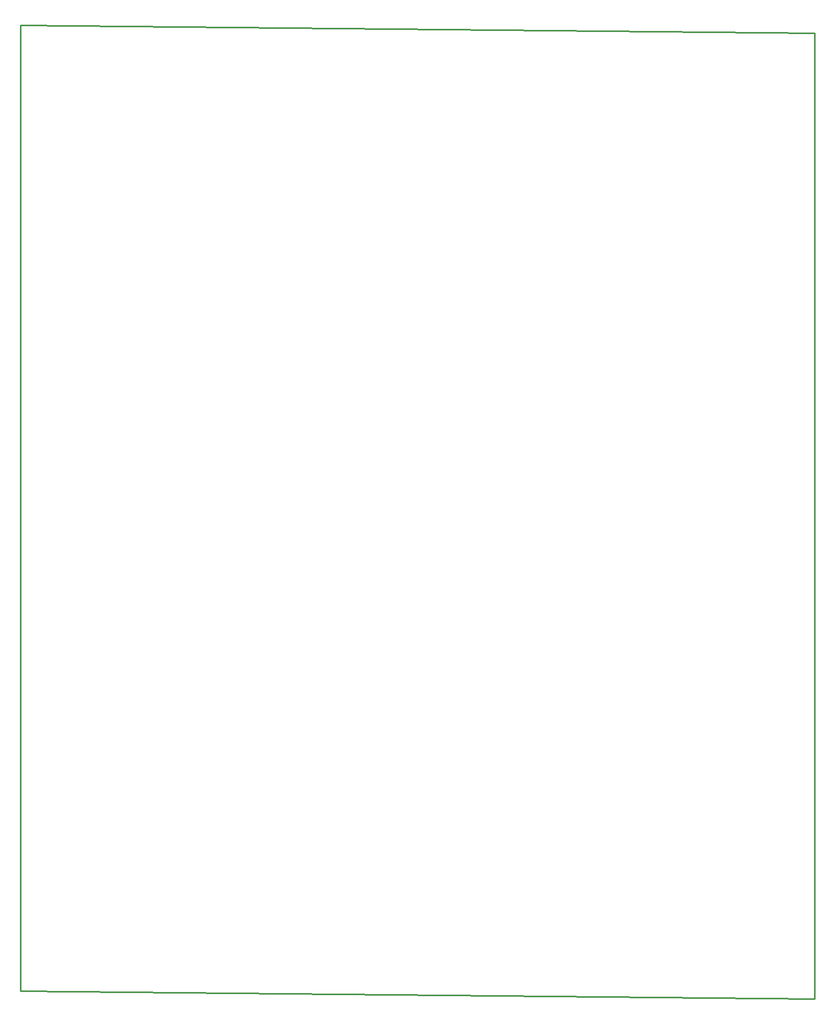
<source format=gbr>
G04 EAGLE Gerber RS-274X export*
G75*
%MOMM*%
%FSLAX34Y34*%
%LPD*%
%IN*%
%IPPOS*%
%AMOC8*
5,1,8,0,0,1.08239X$1,22.5*%
G01*
G04 Define Apertures*
%ADD10C,0.254000*%
D10*
X-152400Y-533400D02*
X1130100Y-546100D01*
X1130100Y1012700D01*
X-152400Y1025400D01*
X-152400Y-533400D01*
M02*

</source>
